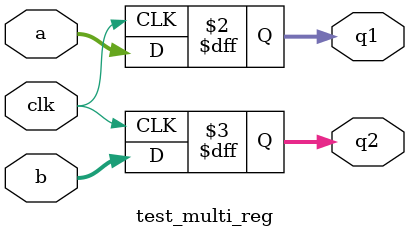
<source format=sv>

module test_multi_reg(
  input logic clk,
  input logic [7:0] a,
  input logic [7:0] b,
  output logic [7:0] q1,
  output logic [7:0] q2
);
  always_ff @(posedge clk) begin
    q1 <= a;
    q2 <= b;
  end
endmodule

</source>
